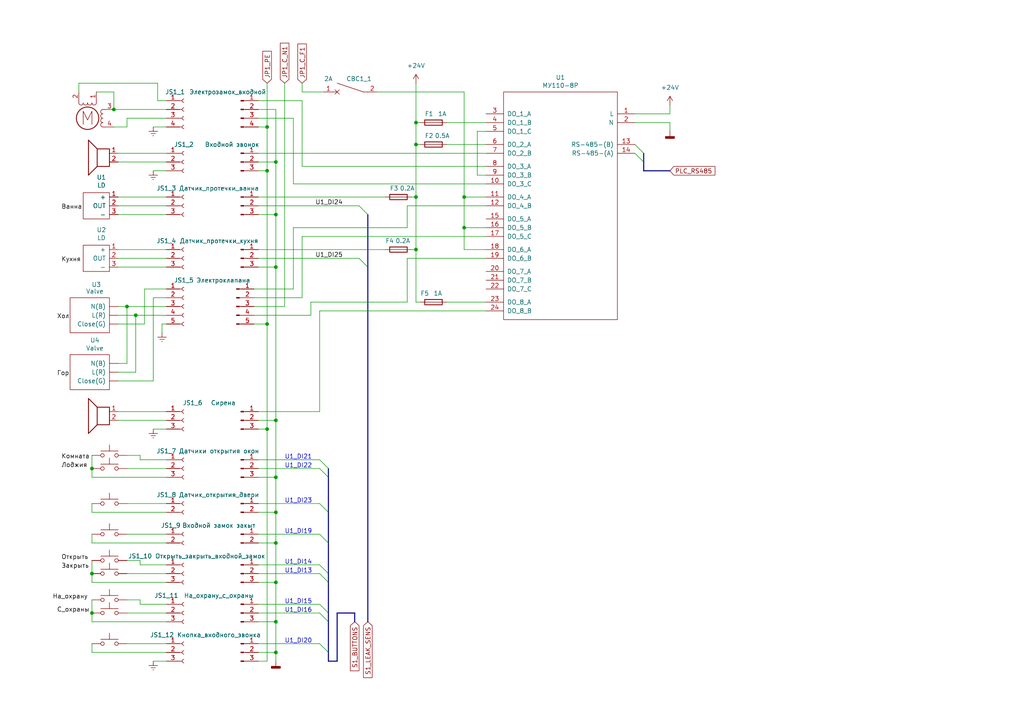
<source format=kicad_sch>
(kicad_sch (version 20211123) (generator eeschema)
  (paper "A4")
  (title_block (title "Безопасность, лист 1") (date "2023-02-01") (rev "2"))
  (lib_symbols
    (symbol "Connector:Conn_01x02_Female" (pin_names (offset 1.016) hide)
      (property "Reference" "J" (at 0 2.54 0))
      (property "Value" "Conn_01x02_Female" (at 0 -5.08 0))
      (symbol "Conn_01x02_Female_1_1"
        (arc (start 0 -2.032) (mid -0.508 -2.54) (end 0 -3.048) (stroke (width 0.1524)))
        (polyline (pts (xy -1.27 -2.54) (xy -0.508 -2.54)) (stroke (width 0.1524)))
        (polyline (pts (xy -1.27 0) (xy -0.508 0)) (stroke (width 0.1524)))
        (arc (start 0 0.508) (mid -0.508 0) (end 0 -0.508) (stroke (width 0.1524)))
        (pin passive line (at -5.08 0 0) (length 3.81) (name "Pin_1") (number "1"))
        (pin passive line (at -5.08 -2.54 0) (length 3.81) (name "Pin_2") (number "2"))
      )
    )
    (symbol "Connector:Conn_01x02_Male" (pin_names (offset 1.016) hide)
      (property "Reference" "J" (at 0 2.54 0))
      (property "Value" "Conn_01x02_Male" (at 0 -5.08 0))
      (symbol "Conn_01x02_Male_1_1"
        (polyline (pts (xy 1.27 -2.54) (xy 0.8636 -2.54)) (stroke (width 0.1524)))
        (polyline (pts (xy 1.27 0) (xy 0.8636 0)) (stroke (width 0.1524)))
        (rectangle (start 0.8636 -2.413) (end 0 -2.667) (stroke (width 0.1524)) (fill (type outline)))
        (rectangle (start 0.8636 0.127) (end 0 -0.127) (stroke (width 0.1524)) (fill (type outline)))
        (pin passive line (at 5.08 0 180) (length 3.81) (name "Pin_1") (number "1"))
        (pin passive line (at 5.08 -2.54 180) (length 3.81) (name "Pin_2") (number "2"))
      )
    )
    (symbol "Connector:Conn_01x03_Female" (pin_names (offset 1.016) hide)
      (property "Reference" "J" (at 0 5.08 0))
      (property "Value" "Conn_01x03_Female" (at 0 -5.08 0))
      (symbol "Conn_01x03_Female_1_1"
        (arc (start 0 -2.032) (mid -0.508 -2.54) (end 0 -3.048) (stroke (width 0.1524)))
        (polyline (pts (xy -1.27 -2.54) (xy -0.508 -2.54)) (stroke (width 0.1524)))
        (polyline (pts (xy -1.27 0) (xy -0.508 0)) (stroke (width 0.1524)))
        (polyline (pts (xy -1.27 2.54) (xy -0.508 2.54)) (stroke (width 0.1524)))
        (arc (start 0 0.508) (mid -0.508 0) (end 0 -0.508) (stroke (width 0.1524)))
        (arc (start 0 3.048) (mid -0.508 2.54) (end 0 2.032) (stroke (width 0.1524)))
        (pin passive line (at -5.08 2.54 0) (length 3.81) (name "Pin_1") (number "1"))
        (pin passive line (at -5.08 0 0) (length 3.81) (name "Pin_2") (number "2"))
        (pin passive line (at -5.08 -2.54 0) (length 3.81) (name "Pin_3") (number "3"))
      )
    )
    (symbol "Connector:Conn_01x03_Male" (pin_names (offset 1.016) hide)
      (property "Reference" "J" (at 0 5.08 0))
      (property "Value" "Conn_01x03_Male" (at 0 -5.08 0))
      (symbol "Conn_01x03_Male_1_1"
        (polyline (pts (xy 1.27 -2.54) (xy 0.8636 -2.54)) (stroke (width 0.1524)))
        (polyline (pts (xy 1.27 0) (xy 0.8636 0)) (stroke (width 0.1524)))
        (polyline (pts (xy 1.27 2.54) (xy 0.8636 2.54)) (stroke (width 0.1524)))
        (rectangle (start 0.8636 -2.413) (end 0 -2.667) (stroke (width 0.1524)) (fill (type outline)))
        (rectangle (start 0.8636 0.127) (end 0 -0.127) (stroke (width 0.1524)) (fill (type outline)))
        (rectangle (start 0.8636 2.667) (end 0 2.413) (stroke (width 0.1524)) (fill (type outline)))
        (pin passive line (at 5.08 2.54 180) (length 3.81) (name "Pin_1") (number "1"))
        (pin passive line (at 5.08 0 180) (length 3.81) (name "Pin_2") (number "2"))
        (pin passive line (at 5.08 -2.54 180) (length 3.81) (name "Pin_3") (number "3"))
      )
    )
    (symbol "Connector:Conn_01x04_Female" (pin_names (offset 1.016) hide)
      (property "Reference" "J" (at 0 5.08 0))
      (property "Value" "Conn_01x04_Female" (at 0 -7.62 0))
      (symbol "Conn_01x04_Female_1_1"
        (arc (start 0 -4.572) (mid -0.508 -5.08) (end 0 -5.588) (stroke (width 0.1524)))
        (arc (start 0 -2.032) (mid -0.508 -2.54) (end 0 -3.048) (stroke (width 0.1524)))
        (polyline (pts (xy -1.27 -5.08) (xy -0.508 -5.08)) (stroke (width 0.1524)))
        (polyline (pts (xy -1.27 -2.54) (xy -0.508 -2.54)) (stroke (width 0.1524)))
        (polyline (pts (xy -1.27 0) (xy -0.508 0)) (stroke (width 0.1524)))
        (polyline (pts (xy -1.27 2.54) (xy -0.508 2.54)) (stroke (width 0.1524)))
        (arc (start 0 0.508) (mid -0.508 0) (end 0 -0.508) (stroke (width 0.1524)))
        (arc (start 0 3.048) (mid -0.508 2.54) (end 0 2.032) (stroke (width 0.1524)))
        (pin passive line (at -5.08 2.54 0) (length 3.81) (name "Pin_1") (number "1"))
        (pin passive line (at -5.08 0 0) (length 3.81) (name "Pin_2") (number "2"))
        (pin passive line (at -5.08 -2.54 0) (length 3.81) (name "Pin_3") (number "3"))
        (pin passive line (at -5.08 -5.08 0) (length 3.81) (name "Pin_4") (number "4"))
      )
    )
    (symbol "Connector:Conn_01x04_Male" (pin_names (offset 1.016) hide)
      (property "Reference" "J" (at 0 5.08 0))
      (property "Value" "Conn_01x04_Male" (at 0 -7.62 0))
      (symbol "Conn_01x04_Male_1_1"
        (polyline (pts (xy 1.27 -5.08) (xy 0.8636 -5.08)) (stroke (width 0.1524)))
        (polyline (pts (xy 1.27 -2.54) (xy 0.8636 -2.54)) (stroke (width 0.1524)))
        (polyline (pts (xy 1.27 0) (xy 0.8636 0)) (stroke (width 0.1524)))
        (polyline (pts (xy 1.27 2.54) (xy 0.8636 2.54)) (stroke (width 0.1524)))
        (rectangle (start 0.8636 -4.953) (end 0 -5.207) (stroke (width 0.1524)) (fill (type outline)))
        (rectangle (start 0.8636 -2.413) (end 0 -2.667) (stroke (width 0.1524)) (fill (type outline)))
        (rectangle (start 0.8636 0.127) (end 0 -0.127) (stroke (width 0.1524)) (fill (type outline)))
        (rectangle (start 0.8636 2.667) (end 0 2.413) (stroke (width 0.1524)) (fill (type outline)))
        (pin passive line (at 5.08 2.54 180) (length 3.81) (name "Pin_1") (number "1"))
        (pin passive line (at 5.08 0 180) (length 3.81) (name "Pin_2") (number "2"))
        (pin passive line (at 5.08 -2.54 180) (length 3.81) (name "Pin_3") (number "3"))
        (pin passive line (at 5.08 -5.08 180) (length 3.81) (name "Pin_4") (number "4"))
      )
    )
    (symbol "Connector:Conn_01x05_Female" (pin_names (offset 1.016) hide)
      (property "Reference" "J" (at 0 7.62 0))
      (property "Value" "Conn_01x05_Female" (at 0 -7.62 0))
      (symbol "Conn_01x05_Female_1_1"
        (arc (start 0 -4.572) (mid -0.508 -5.08) (end 0 -5.588) (stroke (width 0.1524)))
        (arc (start 0 -2.032) (mid -0.508 -2.54) (end 0 -3.048) (stroke (width 0.1524)))
        (polyline (pts (xy -1.27 -5.08) (xy -0.508 -5.08)) (stroke (width 0.1524)))
        (polyline (pts (xy -1.27 -2.54) (xy -0.508 -2.54)) (stroke (width 0.1524)))
        (polyline (pts (xy -1.27 0) (xy -0.508 0)) (stroke (width 0.1524)))
        (polyline (pts (xy -1.27 2.54) (xy -0.508 2.54)) (stroke (width 0.1524)))
        (polyline (pts (xy -1.27 5.08) (xy -0.508 5.08)) (stroke (width 0.1524)))
        (arc (start 0 0.508) (mid -0.508 0) (end 0 -0.508) (stroke (width 0.1524)))
        (arc (start 0 3.048) (mid -0.508 2.54) (end 0 2.032) (stroke (width 0.1524)))
        (arc (start 0 5.588) (mid -0.508 5.08) (end 0 4.572) (stroke (width 0.1524)))
        (pin passive line (at -5.08 5.08 0) (length 3.81) (name "Pin_1") (number "1"))
        (pin passive line (at -5.08 2.54 0) (length 3.81) (name "Pin_2") (number "2"))
        (pin passive line (at -5.08 0 0) (length 3.81) (name "Pin_3") (number "3"))
        (pin passive line (at -5.08 -2.54 0) (length 3.81) (name "Pin_4") (number "4"))
        (pin passive line (at -5.08 -5.08 0) (length 3.81) (name "Pin_5") (number "5"))
      )
    )
    (symbol "Connector:Conn_01x05_Male" (pin_names (offset 1.016) hide)
      (property "Reference" "J" (at 0 7.62 0))
      (property "Value" "Conn_01x05_Male" (at 0 -7.62 0))
      (symbol "Conn_01x05_Male_1_1"
        (polyline (pts (xy 1.27 -5.08) (xy 0.8636 -5.08)) (stroke (width 0.1524)))
        (polyline (pts (xy 1.27 -2.54) (xy 0.8636 -2.54)) (stroke (width 0.1524)))
        (polyline (pts (xy 1.27 0) (xy 0.8636 0)) (stroke (width 0.1524)))
        (polyline (pts (xy 1.27 2.54) (xy 0.8636 2.54)) (stroke (width 0.1524)))
        (polyline (pts (xy 1.27 5.08) (xy 0.8636 5.08)) (stroke (width 0.1524)))
        (rectangle (start 0.8636 -4.953) (end 0 -5.207) (stroke (width 0.1524)) (fill (type outline)))
        (rectangle (start 0.8636 -2.413) (end 0 -2.667) (stroke (width 0.1524)) (fill (type outline)))
        (rectangle (start 0.8636 0.127) (end 0 -0.127) (stroke (width 0.1524)) (fill (type outline)))
        (rectangle (start 0.8636 2.667) (end 0 2.413) (stroke (width 0.1524)) (fill (type outline)))
        (rectangle (start 0.8636 5.207) (end 0 4.953) (stroke (width 0.1524)) (fill (type outline)))
        (pin passive line (at 5.08 5.08 180) (length 3.81) (name "Pin_1") (number "1"))
        (pin passive line (at 5.08 2.54 180) (length 3.81) (name "Pin_2") (number "2"))
        (pin passive line (at 5.08 0 180) (length 3.81) (name "Pin_3") (number "3"))
        (pin passive line (at 5.08 -2.54 180) (length 3.81) (name "Pin_4") (number "4"))
        (pin passive line (at 5.08 -5.08 180) (length 3.81) (name "Pin_5") (number "5"))
      )
    )
    (symbol "Device:CircuitBreaker_1P"
      (property "Reference" "CB" (at 1.905 0 0))
      (property "Value" "CircuitBreaker_1P" (at 1.905 1.905 0))
      (symbol "CircuitBreaker_1P_0_1"
        (polyline (pts (xy 0 -5.08) (xy 0 -3.81)))
        (polyline (pts (xy 0 -3.81) (xy -2.54 3.81)))
      )
      (symbol "CircuitBreaker_1P_1_1"
        (polyline (pts (xy -0.635 4.445) (xy 0.635 3.175)))
        (polyline (pts (xy 0 5.08) (xy 0 3.81)))
        (polyline (pts (xy 0.635 4.445) (xy -0.635 3.175)))
        (pin passive line (at 0 7.62 270) (length 2.54) (name "~") (number "1"))
        (pin passive line (at 0 -7.62 90) (length 2.54) (name "~") (number "2"))
      )
    )
    (symbol "Device:Fuse" (pin_numbers hide) (pin_names (offset 0))
      (property "Reference" "F" (at 2.032 0 90))
      (property "Value" "Fuse" (at -1.905 0 90))
      (symbol "Fuse_0_1"
        (rectangle (start -0.762 -2.54) (end 0.762 2.54) (stroke (width 0.254)))
        (polyline (pts (xy 0 2.54) (xy 0 -2.54)))
      )
      (symbol "Fuse_1_1"
        (pin passive line (at 0 3.81 270) (length 1.27) (name "~") (number "1"))
        (pin passive line (at 0 -3.81 90) (length 1.27) (name "~") (number "2"))
      )
    )
    (symbol "Device:Speaker" (pin_names (offset 0) hide)
      (property "Reference" "LS" (at 1.27 5.715 0))
      (property "Value" "Speaker" (at 1.27 3.81 0))
      (symbol "Speaker_0_0"
        (rectangle (start -2.54 1.27) (end 1.016 -3.81) (stroke (width 0.254)))
        (polyline (pts (xy 1.016 1.27) (xy 3.556 3.81) (xy 3.556 -6.35) (xy 1.016 -3.81)) (stroke (width 0.254)))
      )
      (symbol "Speaker_1_1"
        (pin input line (at -5.08 0 0) (length 2.54) (name "1") (number "1"))
        (pin input line (at -5.08 -2.54 0) (length 2.54) (name "2") (number "2"))
      )
    )
    (symbol "Motor:Stepper_Motor_bipolar" (pin_names (offset 0) hide)
      (property "Reference" "M" (at 3.81 2.54 0))
      (property "Value" "Stepper_Motor_bipolar" (at 3.81 1.27 0))
      (symbol "Stepper_Motor_bipolar_0_0"
        (polyline (pts (xy -1.27 -1.778) (xy -1.27 2.032) (xy 0 -0.508) (xy 1.27 2.032) (xy 1.27 -1.778)))
      )
      (symbol "Stepper_Motor_bipolar_0_1"
        (arc (start -4.445 -2.54) (mid -3.81 -1.905) (end -4.445 -1.27))
        (arc (start -4.445 -1.27) (mid -3.81 -0.635) (end -4.445 0))
        (arc (start -4.445 0) (mid -3.81 0.635) (end -4.445 1.27))
        (arc (start -4.445 1.27) (mid -3.81 1.905) (end -4.445 2.54))
        (arc (start -2.54 4.445) (mid -1.905 3.81) (end -1.27 4.445))
        (arc (start -1.27 4.445) (mid -0.635 3.81) (end 0 4.445))
        (polyline (pts (xy -5.08 -2.54) (xy -4.445 -2.54)))
        (polyline (pts (xy -5.08 2.54) (xy -4.445 2.54)))
        (polyline (pts (xy -2.54 5.08) (xy -2.54 4.445)))
        (polyline (pts (xy 2.54 5.08) (xy 2.54 4.445)))
        (circle (center 0 0) (radius 3.2512) (stroke (width 0.254)))
        (arc (start 0 4.445) (mid 0.635 3.81) (end 1.27 4.445))
        (arc (start 1.27 4.445) (mid 1.905 3.81) (end 2.54 4.445))
      )
      (symbol "Stepper_Motor_bipolar_1_1"
        (pin passive line (at -2.54 7.62 270) (length 2.54) (name "~") (number "1"))
        (pin passive line (at 2.54 7.62 270) (length 2.54) (name "-") (number "2"))
        (pin passive line (at -7.62 2.54 0) (length 2.54) (name "~") (number "3"))
        (pin passive line (at -7.62 -2.54 0) (length 2.54) (name "~") (number "4"))
      )
    )
    (symbol "Switch:SW_Push" (pin_numbers hide) (pin_names (offset 1.016) hide)
      (property "Reference" "SW" (at 1.27 2.54 0))
      (property "Value" "SW_Push" (at 0 -1.524 0))
      (symbol "SW_Push_0_1"
        (circle (center -2.032 0) (radius 0.508))
        (polyline (pts (xy 0 1.27) (xy 0 3.048)))
        (polyline (pts (xy 2.54 1.27) (xy -2.54 1.27)))
        (circle (center 2.032 0) (radius 0.508))
        (pin passive line (at -5.08 0 0) (length 2.54) (name "1") (number "1"))
        (pin passive line (at 5.08 0 180) (length 2.54) (name "2") (number "2"))
      )
    )
    (symbol "plc:Valve" (pin_names (offset 1.016))
      (property "Reference" "U" (at 0 2.54 0))
      (property "Value" "Valve" (at 0 5.08 0))
      (symbol "Valve_0_1"
        (rectangle (start -7.62 0) (end 3.81 -10.16))
      )
      (symbol "Valve_1_1"
        (pin input line (at 6.35 -7.62 180) (length 2.54) (name "Close(G)") (number "~"))
        (pin power_in line (at 6.35 -5.08 180) (length 2.54) (name "L(R)") (number "~"))
        (pin power_in line (at 6.35 -2.54 180) (length 2.54) (name "N(B)") (number "~"))
      )
    )
    (symbol "power:+24V" (power) (pin_names (offset 0))
      (property "Value" "+24V" (at 0 3.556 0))
      (symbol "+24V_0_1"
        (polyline (pts (xy -0.762 1.27) (xy 0 2.54)))
        (polyline (pts (xy 0 0) (xy 0 2.54)))
        (polyline (pts (xy 0 2.54) (xy 0.762 1.27)))
      )
      (symbol "+24V_1_1"
        (pin power_in line (at 0 0 90) (length 0) hide (name "+24V") (number "1"))
      )
    )
    (symbol "power:GNDD" (power) (pin_names (offset 0))
      (property "Value" "GNDD" (at 0 -3.175 0))
      (symbol "GNDD_0_1"
        (rectangle (start -1.27 -1.524) (end 1.27 -2.032) (stroke (width 0.254)) (fill (type outline)))
        (polyline (pts (xy 0 0) (xy 0 -1.524)))
      )
      (symbol "GNDD_1_1"
        (pin power_in line (at 0 0 270) (length 0) hide (name "GNDD") (number "1"))
      )
    )
    (symbol "power:GNDREF" (power) (pin_names (offset 0))
      (property "Value" "GNDREF" (at 0 -3.81 0))
      (symbol "GNDREF_0_1"
        (polyline (pts (xy -0.635 -1.905) (xy 0.635 -1.905)))
        (polyline (pts (xy -0.127 -2.54) (xy 0.127 -2.54)))
        (polyline (pts (xy 0 -1.27) (xy 0 0)))
        (polyline (pts (xy 1.27 -1.27) (xy -1.27 -1.27)))
      )
      (symbol "GNDREF_1_1"
        (pin power_in line (at 0 0 270) (length 0) hide (name "GNDREF") (number "1"))
      )
    )
    (symbol "security_1-rescue:LD-plc" (pin_names (offset 1.016))
      (property "Reference" "U" (at 0 0 0))
      (property "Value" "LD-plc" (at 0 2.54 0))
      (symbol "LD-plc_1_1"
        (rectangle (start -3.81 -1.27) (end 3.81 -8.89))
        (pin power_in line (at 6.35 -2.54 180) (length 2.54) (name "+") (number "1"))
        (pin output line (at 6.35 -5.08 180) (length 2.54) (name "OUT") (number "2"))
        (pin power_in line (at 6.35 -7.62 180) (length 2.54) (name "-") (number "3"))
      )
    )
    (symbol "security_1-rescue:МУ110-8Р-plc" (pin_names (offset 1.016))
      (property "Reference" "U" (at 0 0 0))
      (property "Value" "МУ110-8Р-plc" (at 0 2.54 0))
      (symbol "МУ110-8Р-plc_1_1"
        (rectangle (start -16.51 5.08) (end 16.51 -60.96))
        (pin power_in line (at 21.59 -1.27 180) (length 5.08) (name "L") (number "1"))
        (pin output line (at -21.59 -21.59 0) (length 5.08) (name "DO_3_C") (number "10"))
        (pin output line (at -21.59 -25.4 0) (length 5.08) (name "DO_4_A") (number "11"))
        (pin output line (at -21.59 -27.94 0) (length 5.08) (name "DO_4_B") (number "12"))
        (pin bidirectional line (at 21.59 -10.16 180) (length 5.08) (name "RS-485-(B)") (number "13"))
        (pin bidirectional line (at 21.59 -12.7 180) (length 5.08) (name "RS-485-(A)") (number "14"))
        (pin output line (at -21.59 -31.75 0) (length 5.08) (name "DO_5_A") (number "15"))
        (pin output line (at -21.59 -34.29 0) (length 5.08) (name "DO_5_B") (number "16"))
        (pin output line (at -21.59 -36.83 0) (length 5.08) (name "DO_5_C") (number "17"))
        (pin output line (at -21.59 -40.64 0) (length 5.08) (name "DO_6_A") (number "18"))
        (pin output line (at -21.59 -43.18 0) (length 5.08) (name "DO_6_B") (number "19"))
        (pin power_in line (at 21.59 -3.81 180) (length 5.08) (name "N") (number "2"))
        (pin output line (at -21.59 -46.99 0) (length 5.08) (name "DO_7_A") (number "20"))
        (pin output line (at -21.59 -49.53 0) (length 5.08) (name "DO_7_B") (number "21"))
        (pin output line (at -21.59 -52.07 0) (length 5.08) (name "DO_7_C") (number "22"))
        (pin output line (at -21.59 -55.88 0) (length 5.08) (name "DO_8_A") (number "23"))
        (pin output line (at -21.59 -58.42 0) (length 5.08) (name "DO_8_B") (number "24"))
        (pin output line (at -21.59 -1.27 0) (length 5.08) (name "DO_1_A") (number "3"))
        (pin output line (at -21.59 -3.81 0) (length 5.08) (name "DO_1_B") (number "4"))
        (pin output line (at -21.59 -6.35 0) (length 5.08) (name "DO_1_C") (number "5"))
        (pin output line (at -21.59 -10.16 0) (length 5.08) (name "DO_2_A") (number "6"))
        (pin output line (at -21.59 -12.7 0) (length 5.08) (name "DO_2_B") (number "7"))
        (pin output line (at -21.59 -16.51 0) (length 5.08) (name "DO_3_A") (number "8"))
        (pin output line (at -21.59 -19.05 0) (length 5.08) (name "DO_3_B") (number "9"))
      )
    )
  )
  (junction (at 120.65 72.39))
  (junction (at 80.01 46.99))
  (junction (at 80.01 180.34))
  (junction (at 26.67 135.89))
  (junction (at 80.01 189.23))
  (junction (at 77.47 124.46))
  (junction (at 39.37 91.44))
  (junction (at 80.01 157.48))
  (junction (at 77.47 36.83))
  (junction (at 77.47 49.53))
  (junction (at 77.47 93.98))
  (junction (at 33.02 31.75))
  (junction (at 80.01 168.91))
  (junction (at 120.65 57.15))
  (junction (at 80.01 148.59))
  (junction (at 80.01 138.43))
  (junction (at 36.83 88.9))
  (junction (at 26.67 166.37))
  (junction (at 80.01 121.92))
  (junction (at 80.01 77.47))
  (junction (at 26.67 177.8))
  (junction (at 80.01 62.23))
  (junction (at 120.65 35.56))
  (junction (at 134.62 57.15))
  (junction (at 134.62 66.04))
  (junction (at 120.65 41.91))
  (bus_entry (at 95.25 135.89) (size -2.54 -2.54))
  (bus_entry (at 95.25 180.34) (size -2.54 -2.54))
  (bus_entry (at 95.25 138.43) (size -2.54 -2.54))
  (bus_entry (at 95.25 189.23) (size -2.54 -2.54))
  (bus_entry (at 95.25 166.37) (size -2.54 -2.54))
  (bus_entry (at 95.25 177.8) (size -2.54 -2.54))
  (bus_entry (at 106.68 62.23) (size -2.54 -2.54))
  (bus_entry (at 95.25 148.59) (size -2.54 -2.54))
  (bus_entry (at 95.25 168.91) (size -2.54 -2.54))
  (bus_entry (at 95.25 157.48) (size -2.54 -2.54))
  (bus_entry (at 106.68 77.47) (size -2.54 -2.54))
  (bus_entry (at 184.15 44.45) (size 2.54 2.54))
  (bus_entry (at 184.15 41.91) (size 2.54 2.54))
  (wire (pts (xy 74.93 57.15) (xy 111.76 57.15)))
  (wire (pts (xy 74.93 133.35) (xy 92.71 133.35)))
  (wire (pts (xy 44.45 86.36) (xy 48.26 86.36)))
  (wire (pts (xy 26.67 154.94) (xy 26.67 157.48)))
  (bus (pts (xy 95.25 180.34) (xy 95.25 189.23)))
  (wire (pts (xy 80.01 46.99) (xy 74.93 46.99)))
  (wire (pts (xy 134.62 26.67) (xy 134.62 57.15)))
  (wire (pts (xy 129.54 35.56) (xy 140.97 35.56)))
  (wire (pts (xy 48.26 138.43) (xy 26.67 138.43)))
  (wire (pts (xy 74.93 77.47) (xy 80.01 77.47)))
  (wire (pts (xy 120.65 72.39) (xy 120.65 57.15)))
  (wire (pts (xy 74.93 177.8) (xy 92.71 177.8)))
  (wire (pts (xy 140.97 72.39) (xy 134.62 72.39)))
  (wire (pts (xy 22.86 24.13) (xy 45.72 24.13)))
  (wire (pts (xy 26.67 146.05) (xy 26.67 148.59)))
  (wire (pts (xy 34.29 62.23) (xy 48.26 62.23)))
  (wire (pts (xy 85.09 53.34) (xy 85.09 34.29)))
  (wire (pts (xy 48.26 88.9) (xy 36.83 88.9)))
  (wire (pts (xy 119.38 57.15) (xy 120.65 57.15)))
  (wire (pts (xy 73.66 93.98) (xy 77.47 93.98)))
  (wire (pts (xy 74.93 49.53) (xy 77.47 49.53)))
  (wire (pts (xy 120.65 24.13) (xy 120.65 35.56)))
  (wire (pts (xy 82.55 24.13) (xy 82.55 88.9)))
  (wire (pts (xy 120.65 35.56) (xy 120.65 41.91)))
  (wire (pts (xy 26.67 173.99) (xy 26.67 177.8)))
  (wire (pts (xy 80.01 31.75) (xy 80.01 46.99)))
  (wire (pts (xy 45.72 29.21) (xy 45.72 24.13)))
  (wire (pts (xy 80.01 121.92) (xy 80.01 77.47)))
  (wire (pts (xy 77.47 24.13) (xy 77.47 36.83)))
  (wire (pts (xy 39.37 91.44) (xy 39.37 107.95)))
  (bus (pts (xy 95.25 138.43) (xy 95.25 148.59)))
  (wire (pts (xy 90.17 87.63) (xy 118.11 87.63)))
  (wire (pts (xy 36.83 135.89) (xy 48.26 135.89)))
  (wire (pts (xy 34.29 121.92) (xy 48.26 121.92)))
  (bus (pts (xy 95.25 191.77) (xy 97.79 191.77)))
  (bus (pts (xy 95.25 157.48) (xy 95.25 166.37)))
  (wire (pts (xy 121.92 87.63) (xy 120.65 87.63)))
  (bus (pts (xy 95.25 177.8) (xy 95.25 180.34)))
  (wire (pts (xy 73.66 91.44) (xy 90.17 91.44)))
  (wire (pts (xy 80.01 138.43) (xy 80.01 121.92)))
  (wire (pts (xy 134.62 66.04) (xy 134.62 57.15)))
  (wire (pts (xy 85.09 66.04) (xy 85.09 83.82)))
  (wire (pts (xy 80.01 168.91) (xy 80.01 157.48)))
  (wire (pts (xy 34.29 72.39) (xy 48.26 72.39)))
  (bus (pts (xy 97.79 177.8) (xy 102.87 177.8)))
  (wire (pts (xy 34.29 119.38) (xy 48.26 119.38)))
  (bus (pts (xy 186.69 44.45) (xy 186.69 46.99)))
  (wire (pts (xy 36.83 105.41) (xy 34.29 105.41)))
  (wire (pts (xy 48.26 163.83) (xy 40.64 163.83)))
  (wire (pts (xy 87.63 26.67) (xy 93.98 26.67)))
  (bus (pts (xy 106.68 77.47) (xy 106.68 180.34)))
  (wire (pts (xy 27.94 26.67) (xy 33.02 26.67)))
  (wire (pts (xy 80.01 189.23) (xy 80.01 191.77)))
  (wire (pts (xy 74.93 175.26) (xy 92.71 175.26)))
  (wire (pts (xy 87.63 48.26) (xy 87.63 29.21)))
  (wire (pts (xy 34.29 57.15) (xy 48.26 57.15)))
  (wire (pts (xy 48.26 186.69) (xy 36.83 186.69)))
  (wire (pts (xy 77.47 49.53) (xy 77.47 93.98)))
  (wire (pts (xy 74.93 36.83) (xy 77.47 36.83)))
  (bus (pts (xy 95.25 189.23) (xy 95.25 191.77)))
  (wire (pts (xy 39.37 91.44) (xy 48.26 91.44)))
  (wire (pts (xy 34.29 74.93) (xy 48.26 74.93)))
  (wire (pts (xy 77.47 191.77) (xy 74.93 191.77)))
  (wire (pts (xy 80.01 148.59) (xy 80.01 138.43)))
  (bus (pts (xy 97.79 191.77) (xy 97.79 177.8)))
  (wire (pts (xy 41.91 83.82) (xy 48.26 83.82)))
  (wire (pts (xy 36.83 34.29) (xy 36.83 36.83)))
  (wire (pts (xy 74.93 72.39) (xy 111.76 72.39)))
  (wire (pts (xy 184.15 35.56) (xy 194.31 35.56)))
  (wire (pts (xy 74.93 186.69) (xy 92.71 186.69)))
  (wire (pts (xy 74.93 163.83) (xy 92.71 163.83)))
  (wire (pts (xy 40.64 175.26) (xy 40.64 173.99)))
  (wire (pts (xy 44.45 36.83) (xy 48.26 36.83)))
  (wire (pts (xy 74.93 124.46) (xy 77.47 124.46)))
  (wire (pts (xy 87.63 86.36) (xy 73.66 86.36)))
  (wire (pts (xy 26.67 166.37) (xy 26.67 168.91)))
  (wire (pts (xy 48.26 29.21) (xy 45.72 29.21)))
  (wire (pts (xy 90.17 91.44) (xy 90.17 87.63)))
  (wire (pts (xy 85.09 34.29) (xy 74.93 34.29)))
  (wire (pts (xy 36.83 177.8) (xy 48.26 177.8)))
  (wire (pts (xy 44.45 86.36) (xy 44.45 110.49)))
  (wire (pts (xy 120.65 72.39) (xy 120.65 87.63)))
  (wire (pts (xy 33.02 36.83) (xy 36.83 36.83)))
  (wire (pts (xy 34.29 77.47) (xy 48.26 77.47)))
  (wire (pts (xy 26.67 132.08) (xy 26.67 135.89)))
  (wire (pts (xy 120.65 41.91) (xy 121.92 41.91)))
  (wire (pts (xy 118.11 87.63) (xy 118.11 74.93)))
  (wire (pts (xy 44.45 191.77) (xy 48.26 191.77)))
  (wire (pts (xy 80.01 46.99) (xy 80.01 62.23)))
  (wire (pts (xy 26.67 186.69) (xy 26.67 189.23)))
  (wire (pts (xy 34.29 88.9) (xy 36.83 88.9)))
  (wire (pts (xy 34.29 91.44) (xy 39.37 91.44)))
  (wire (pts (xy 74.93 74.93) (xy 104.14 74.93)))
  (wire (pts (xy 74.93 59.69) (xy 104.14 59.69)))
  (wire (pts (xy 26.67 162.56) (xy 26.67 166.37)))
  (wire (pts (xy 73.66 88.9) (xy 82.55 88.9)))
  (wire (pts (xy 194.31 30.48) (xy 194.31 33.02)))
  (wire (pts (xy 80.01 180.34) (xy 80.01 168.91)))
  (wire (pts (xy 44.45 124.46) (xy 48.26 124.46)))
  (wire (pts (xy 184.15 33.02) (xy 194.31 33.02)))
  (wire (pts (xy 48.26 93.98) (xy 46.99 93.98)))
  (bus (pts (xy 95.25 135.89) (xy 95.25 138.43)))
  (wire (pts (xy 140.97 90.17) (xy 92.71 90.17)))
  (wire (pts (xy 92.71 90.17) (xy 92.71 119.38)))
  (wire (pts (xy 121.92 35.56) (xy 120.65 35.56)))
  (wire (pts (xy 46.99 93.98) (xy 46.99 96.52)))
  (wire (pts (xy 92.71 119.38) (xy 74.93 119.38)))
  (wire (pts (xy 129.54 87.63) (xy 140.97 87.63)))
  (wire (pts (xy 74.93 168.91) (xy 80.01 168.91)))
  (wire (pts (xy 118.11 66.04) (xy 118.11 59.69)))
  (wire (pts (xy 80.01 77.47) (xy 80.01 62.23)))
  (wire (pts (xy 74.93 146.05) (xy 92.71 146.05)))
  (wire (pts (xy 77.47 124.46) (xy 77.47 191.77)))
  (wire (pts (xy 34.29 46.99) (xy 48.26 46.99)))
  (wire (pts (xy 74.93 148.59) (xy 80.01 148.59)))
  (wire (pts (xy 74.93 44.45) (xy 140.97 44.45)))
  (wire (pts (xy 74.93 157.48) (xy 80.01 157.48)))
  (wire (pts (xy 74.93 62.23) (xy 80.01 62.23)))
  (wire (pts (xy 44.45 110.49) (xy 34.29 110.49)))
  (wire (pts (xy 74.93 189.23) (xy 80.01 189.23)))
  (bus (pts (xy 102.87 177.8) (xy 102.87 180.34)))
  (wire (pts (xy 194.31 35.56) (xy 194.31 38.1)))
  (wire (pts (xy 34.29 59.69) (xy 48.26 59.69)))
  (wire (pts (xy 74.93 121.92) (xy 80.01 121.92)))
  (wire (pts (xy 34.29 44.45) (xy 48.26 44.45)))
  (wire (pts (xy 36.83 166.37) (xy 48.26 166.37)))
  (wire (pts (xy 40.64 133.35) (xy 40.64 132.08)))
  (bus (pts (xy 186.69 46.99) (xy 186.69 49.53)))
  (wire (pts (xy 74.93 31.75) (xy 80.01 31.75)))
  (wire (pts (xy 87.63 24.13) (xy 87.63 26.67)))
  (bus (pts (xy 95.25 148.59) (xy 95.25 157.48)))
  (wire (pts (xy 87.63 68.58) (xy 87.63 86.36)))
  (wire (pts (xy 33.02 31.75) (xy 48.26 31.75)))
  (wire (pts (xy 26.67 177.8) (xy 26.67 180.34)))
  (wire (pts (xy 40.64 163.83) (xy 40.64 162.56)))
  (bus (pts (xy 106.68 62.23) (xy 106.68 77.47)))
  (wire (pts (xy 48.26 133.35) (xy 40.64 133.35)))
  (wire (pts (xy 87.63 29.21) (xy 74.93 29.21)))
  (wire (pts (xy 44.45 49.53) (xy 48.26 49.53)))
  (wire (pts (xy 138.43 38.1) (xy 138.43 50.8)))
  (wire (pts (xy 40.64 162.56) (xy 36.83 162.56)))
  (wire (pts (xy 109.22 26.67) (xy 134.62 26.67)))
  (wire (pts (xy 34.29 93.98) (xy 41.91 93.98)))
  (wire (pts (xy 140.97 59.69) (xy 118.11 59.69)))
  (bus (pts (xy 95.25 168.91) (xy 95.25 177.8)))
  (wire (pts (xy 48.26 180.34) (xy 26.67 180.34)))
  (bus (pts (xy 95.25 166.37) (xy 95.25 168.91)))
  (wire (pts (xy 140.97 57.15) (xy 134.62 57.15)))
  (wire (pts (xy 87.63 48.26) (xy 140.97 48.26)))
  (wire (pts (xy 85.09 53.34) (xy 140.97 53.34)))
  (wire (pts (xy 48.26 34.29) (xy 36.83 34.29)))
  (wire (pts (xy 138.43 50.8) (xy 140.97 50.8)))
  (wire (pts (xy 74.93 135.89) (xy 92.71 135.89)))
  (wire (pts (xy 40.64 173.99) (xy 36.83 173.99)))
  (wire (pts (xy 140.97 66.04) (xy 134.62 66.04)))
  (wire (pts (xy 41.91 93.98) (xy 41.91 83.82)))
  (wire (pts (xy 118.11 74.93) (xy 140.97 74.93)))
  (wire (pts (xy 77.47 93.98) (xy 77.47 124.46)))
  (wire (pts (xy 140.97 38.1) (xy 138.43 38.1)))
  (wire (pts (xy 74.93 138.43) (xy 80.01 138.43)))
  (wire (pts (xy 48.26 154.94) (xy 36.83 154.94)))
  (wire (pts (xy 74.93 154.94) (xy 92.71 154.94)))
  (wire (pts (xy 48.26 175.26) (xy 40.64 175.26)))
  (wire (pts (xy 80.01 189.23) (xy 80.01 180.34)))
  (wire (pts (xy 34.29 107.95) (xy 39.37 107.95)))
  (bus (pts (xy 186.69 49.53) (xy 194.31 49.53)))
  (wire (pts (xy 87.63 68.58) (xy 140.97 68.58)))
  (wire (pts (xy 74.93 180.34) (xy 80.01 180.34)))
  (wire (pts (xy 134.62 72.39) (xy 134.62 66.04)))
  (wire (pts (xy 120.65 57.15) (xy 120.65 41.91)))
  (wire (pts (xy 22.86 26.67) (xy 22.86 24.13)))
  (wire (pts (xy 26.67 135.89) (xy 26.67 138.43)))
  (wire (pts (xy 119.38 72.39) (xy 120.65 72.39)))
  (wire (pts (xy 48.26 168.91) (xy 26.67 168.91)))
  (wire (pts (xy 26.67 157.48) (xy 48.26 157.48)))
  (wire (pts (xy 74.93 166.37) (xy 92.71 166.37)))
  (wire (pts (xy 26.67 148.59) (xy 48.26 148.59)))
  (wire (pts (xy 40.64 132.08) (xy 36.83 132.08)))
  (wire (pts (xy 26.67 189.23) (xy 48.26 189.23)))
  (wire (pts (xy 77.47 36.83) (xy 77.47 49.53)))
  (wire (pts (xy 36.83 88.9) (xy 36.83 105.41)))
  (wire (pts (xy 129.54 41.91) (xy 140.97 41.91)))
  (wire (pts (xy 85.09 83.82) (xy 73.66 83.82)))
  (wire (pts (xy 33.02 26.67) (xy 33.02 31.75)))
  (wire (pts (xy 48.26 146.05) (xy 36.83 146.05)))
  (wire (pts (xy 80.01 157.48) (xy 80.01 148.59)))
  (wire (pts (xy 85.09 66.04) (xy 118.11 66.04)))
  (text "U1_DI16" (at 82.55 177.8 0) (effects (font (size 1.27 1.27)) (justify left bottom)))
  (text "U1_DI23" (at 82.55 146.05 0) (effects (font (size 1.27 1.27)) (justify left bottom)))
  (text "U1_DI20" (at 82.55 186.69 0) (effects (font (size 1.27 1.27)) (justify left bottom)))
  (text "U1_DI14" (at 82.55 163.83 0) (effects (font (size 1.27 1.27)) (justify left bottom)))
  (text "U1_DI13" (at 82.55 166.37 0) (effects (font (size 1.27 1.27)) (justify left bottom)))
  (text "U1_DI15" (at 82.55 175.26 0) (effects (font (size 1.27 1.27)) (justify left bottom)))
  (text "U1_DI19" (at 82.55 154.94 0) (effects (font (size 1.27 1.27)) (justify left bottom)))
  (text "U1_DI21" (at 82.55 133.35 0) (effects (font (size 1.27 1.27)) (justify left bottom)))
  (text "U1_DI22" (at 82.55 135.89 0) (effects (font (size 1.27 1.27)) (justify left bottom)))
  (label "С_охраны" (at 16.51 177.8 0))
  (label "Хол" (at 16.51 92.71 0))
  (label "U1_DI24" (at 91.44 59.69 0))
  (label "Комната" (at 17.78 133.35 0))
  (label "На_охрану" (at 15.24 173.99 0))
  (label "Закрыть" (at 17.78 165.1 0))
  (label "Гор" (at 16.51 109.22 0))
  (label "Ванна" (at 17.78 60.96 0))
  (label "Кухня" (at 17.78 76.2 0))
  (label "Лоджия" (at 17.78 135.89 0))
  (label "Открыть" (at 17.78 162.56 0))
  (label "U1_DI25" (at 91.44 74.93 0))
  (global_label "JP1_C_F1" (shape input) (at 87.63 24.13 90) (property "Intersheet References" "${INTERSHEET_REFS}" (effects hide)))
  (global_label "JP1_C_N1" (shape input) (at 82.55 24.13 90) (property "Intersheet References" "${INTERSHEET_REFS}" (effects hide)))
  (global_label "PLC_RS485" (shape input) (at 194.31 49.53 0) (property "Intersheet References" "${INTERSHEET_REFS}" (effects hide)))
  (global_label "S1_BUTTONS" (shape input) (at 102.87 180.34 270) (property "Intersheet References" "${INTERSHEET_REFS}" (effects hide)))
  (global_label "S1_LEAK_SENS" (shape input) (at 106.68 180.34 270) (property "Intersheet References" "${INTERSHEET_REFS}" (effects hide)))
  (global_label "JP1_PE" (shape input) (at 77.47 24.13 90) (property "Intersheet References" "${INTERSHEET_REFS}" (effects hide)))
  (symbol (lib_id "Connector:Conn_01x03_Male") (at 69.85 189.23 0) (unit 1)
    (property "Reference" "JS1_12" (at 46.99 184.15 0))
    (property "Value" "Кнопка_входного_звонка" (at 63.5 184.15 0))
  )
  (symbol (lib_id "Connector:Conn_01x03_Female") (at 53.34 189.23 0) (unit 1)
    (property "Reference" "J?" (effects hide))
    (property "Value" "Conn_01x03_Female" (effects hide))
  )
  (symbol (lib_id "Connector:Conn_01x04_Male") (at 69.85 31.75 0) (unit 1)
    (property "Reference" "JS1_1" (at 50.8 26.67 0))
    (property "Value" "Электрозамок_входной" (at 66.04 26.67 0))
  )
  (symbol (lib_id "Connector:Conn_01x04_Female") (at 53.34 31.75 0) (unit 1)
    (property "Reference" "JК2_?" (effects hide))
    (property "Value" "Conn_01x04_Female" (effects hide))
  )
  (symbol (lib_id "power:GNDREF") (at 44.45 36.83 0) (unit 1)
    (property "Reference" "#PWR?" (effects hide))
    (property "Value" "GNDREF" (effects hide))
  )
  (symbol (lib_id "Motor:Stepper_Motor_bipolar") (at 25.4 34.29 0) (mirror y) (unit 1)
    (property "Reference" "M?" (effects hide))
    (property "Value" "Stepper_Motor_bipolar" (effects hide))
    (property "Datasheet" "http://www.infineon.com/dgdl/Application-Note-TLE8110EE_driving_UniPolarStepperMotor_V1.1.pdf?fileId=db3a30431be39b97011be5d0aa0a00b0" (effects hide))
  )
  (symbol (lib_id "Device:CircuitBreaker_1P") (at 101.6 26.67 90) (mirror x) (unit 1)
    (property "Reference" "CBС1_1" (at 104.14 22.86 90))
    (property "Value" "2А" (at 95.25 22.86 90))
  )
  (symbol (lib_id "Connector:Conn_01x05_Male") (at 68.58 88.9 0) (unit 1)
    (property "Reference" "JS1_5" (at 53.34 81.28 0))
    (property "Value" "Электроклапана" (at 64.77 81.28 0))
  )
  (symbol (lib_id "Connector:Conn_01x05_Female") (at 53.34 88.9 0) (unit 1)
    (property "Reference" "J?" (effects hide))
    (property "Value" "t" (effects hide))
  )
  (symbol (lib_id "plc:Valve") (at 27.94 102.87 0) (unit 1)
    (property "Reference" "U4" (at 27.5082 98.679 0))
    (property "Value" "Valve" (at 27.5082 100.9904 0))
  )
  (symbol (lib_id "plc:Valve") (at 27.94 86.36 0) (unit 1)
    (property "Reference" "U3" (at 27.94 82.55 0))
    (property "Value" "Valve" (at 27.5082 84.4804 0))
  )
  (symbol (lib_id "power:GNDREF") (at 46.99 96.52 0) (unit 1)
    (property "Reference" "#PWR?" (effects hide))
    (property "Value" "GNDREF" (effects hide))
  )
  (symbol (lib_id "power:GNDREF") (at 44.45 191.77 0) (unit 1)
    (property "Reference" "#PWR?" (effects hide))
    (property "Value" "GNDREF" (effects hide))
  )
  (symbol (lib_id "Connector:Conn_01x03_Female") (at 53.34 46.99 0) (unit 1)
    (property "Reference" "J?" (effects hide))
    (property "Value" "Conn_01x03_Female" (effects hide))
  )
  (symbol (lib_id "Connector:Conn_01x03_Male") (at 69.85 46.99 0) (unit 1)
    (property "Reference" "JS1_2" (at 53.34 41.91 0))
    (property "Value" "Входной звонок" (at 67.31 41.91 0))
  )
  (symbol (lib_id "power:GNDREF") (at 44.45 49.53 0) (unit 1)
    (property "Reference" "#PWR?" (effects hide))
    (property "Value" "GNDREF" (effects hide))
  )
  (symbol (lib_id "Connector:Conn_01x03_Female") (at 53.34 59.69 0) (unit 1)
    (property "Reference" "J?" (effects hide))
    (property "Value" "Conn_01x03_Female" (effects hide))
  )
  (symbol (lib_id "Connector:Conn_01x03_Male") (at 69.85 59.69 0) (unit 1)
    (property "Reference" "JS1_3" (at 48.26 54.61 0))
    (property "Value" "Датчик_протечки_ванна" (at 63.5 54.61 0))
  )
  (symbol (lib_id "Connector:Conn_01x03_Female") (at 53.34 74.93 0) (unit 1)
    (property "Reference" "J?" (effects hide))
    (property "Value" "Conn_01x03_Female" (effects hide))
  )
  (symbol (lib_id "Connector:Conn_01x03_Male") (at 69.85 74.93 0) (unit 1)
    (property "Reference" "JS1_4" (at 48.26 69.85 0))
    (property "Value" "Датчик_протечки_кухня" (at 63.5 69.85 0))
  )
  (symbol (lib_id "Connector:Conn_01x03_Female") (at 53.34 135.89 0) (unit 1)
    (property "Reference" "J?" (effects hide))
    (property "Value" "Conn_01x03_Female" (effects hide))
  )
  (symbol (lib_id "Connector:Conn_01x03_Male") (at 69.85 135.89 0) (unit 1)
    (property "Reference" "JS1_7" (at 48.26 130.81 0))
    (property "Value" "Датчики открытия окон" (at 63.5 130.81 0))
  )
  (symbol (lib_id "Connector:Conn_01x02_Female") (at 53.34 146.05 0) (unit 1)
    (property "Reference" "J?" (effects hide))
    (property "Value" "Conn_01x02_Female" (effects hide))
  )
  (symbol (lib_id "Connector:Conn_01x02_Male") (at 69.85 146.05 0) (unit 1)
    (property "Reference" "JS1_8" (at 48.26 143.51 0))
    (property "Value" "Датчик_открытия_двери" (at 63.5 143.51 0))
  )
  (symbol (lib_id "Connector:Conn_01x03_Female") (at 53.34 121.92 0) (unit 1)
    (property "Reference" "J?" (effects hide))
    (property "Value" "Conn_01x03_Female" (effects hide))
  )
  (symbol (lib_id "Connector:Conn_01x03_Male") (at 69.85 121.92 0) (unit 1)
    (property "Reference" "JS1_6" (at 55.88 116.84 0))
    (property "Value" "Сирена" (at 64.77 116.84 0))
  )
  (symbol (lib_id "power:GNDREF") (at 44.45 124.46 0) (unit 1)
    (property "Reference" "#PWR?" (effects hide))
    (property "Value" "GNDREF" (effects hide))
  )
  (symbol (lib_id "security_1-rescue:LD-plc") (at 27.94 54.61 0) (unit 1)
    (property "Reference" "U1" (at 29.4132 51.435 0))
    (property "Value" "LD" (at 29.4132 53.7464 0))
  )
  (symbol (lib_id "security_1-rescue:LD-plc") (at 27.94 69.85 0) (unit 1)
    (property "Reference" "U2" (at 29.4132 66.675 0))
    (property "Value" "LD" (at 29.4132 68.9864 0))
  )
  (symbol (lib_id "Device:Speaker") (at 29.21 44.45 0) (mirror y) (unit 1)
    (property "Reference" "LS?" (effects hide))
    (property "Value" "Speaker" (effects hide))
  )
  (symbol (lib_id "Device:Speaker") (at 29.21 119.38 0) (mirror y) (unit 1)
    (property "Reference" "LS?" (effects hide))
    (property "Value" "Speaker" (effects hide))
  )
  (symbol (lib_id "security_1-rescue:МУ110-8Р-plc") (at 162.56 31.75 0) (unit 1)
    (property "Reference" "U1" (at 162.56 22.479 0))
    (property "Value" "МУ110-8Р" (at 162.56 24.7904 0))
  )
  (symbol (lib_id "power:+24V") (at 194.31 30.48 0) (unit 1)
    (property "Reference" "#PWR?" (effects hide))
    (property "Value" "+24V" (at 194.31 25.4 0))
  )
  (symbol (lib_id "Device:Fuse") (at 125.73 41.91 90) (unit 1)
    (property "Reference" "F2" (at 124.46 39.37 90))
    (property "Value" "0.5A" (at 128.27 39.37 90))
  )
  (symbol (lib_id "Connector:Conn_01x03_Male") (at 69.85 166.37 0) (unit 1)
    (property "Reference" "JS1_10" (at 40.64 161.29 0))
    (property "Value" "Открыть_закрыть_входной_замок" (at 60.96 161.29 0))
  )
  (symbol (lib_id "power:GNDD") (at 194.31 38.1 0) (unit 1)
    (property "Reference" "#PWR?" (effects hide))
    (property "Value" "GNDD" (effects hide))
  )
  (symbol (lib_id "power:GNDD") (at 80.01 191.77 0) (unit 1)
    (property "Reference" "#PWR?" (effects hide))
    (property "Value" "GNDD" (effects hide))
  )
  (symbol (lib_id "Device:Fuse") (at 125.73 87.63 90) (unit 1)
    (property "Reference" "F5" (at 123.19 85.09 90))
    (property "Value" "1A" (at 127 85.09 90))
  )
  (symbol (lib_id "Switch:SW_Push") (at 31.75 166.37 0) (unit 1)
    (property "Reference" "SW?" (effects hide))
    (property "Value" "SW_Push" (effects hide))
  )
  (symbol (lib_id "Device:Fuse") (at 125.73 35.56 90) (unit 1)
    (property "Reference" "F1" (at 124.46 33.02 90))
    (property "Value" "1A" (at 128.27 33.02 90))
  )
  (symbol (lib_id "Connector:Conn_01x03_Female") (at 53.34 177.8 0) (unit 1)
    (property "Reference" "J?" (effects hide))
    (property "Value" "Conn_01x03_Female" (effects hide))
  )
  (symbol (lib_id "Switch:SW_Push") (at 31.75 154.94 0) (unit 1)
    (property "Reference" "SW?" (effects hide))
    (property "Value" "SW_Push" (effects hide))
  )
  (symbol (lib_id "Switch:SW_Push") (at 31.75 186.69 0) (unit 1)
    (property "Reference" "SW?" (effects hide))
    (property "Value" "SW_Push" (effects hide))
  )
  (symbol (lib_id "power:+24V") (at 120.65 24.13 0) (unit 1)
    (property "Reference" "#PWR?" (effects hide))
    (property "Value" "+24V" (at 120.65 19.05 0))
  )
  (symbol (lib_id "Connector:Conn_01x03_Female") (at 53.34 166.37 0) (unit 1)
    (property "Reference" "J?" (effects hide))
    (property "Value" "Conn_01x03_Female" (effects hide))
  )
  (symbol (lib_id "Connector:Conn_01x02_Male") (at 69.85 154.94 0) (unit 1)
    (property "Reference" "JS1_9" (at 49.53 152.4 0))
    (property "Value" "Входной замок закыт" (at 63.5 152.4 0))
  )
  (symbol (lib_id "Switch:SW_Push") (at 31.75 162.56 0) (unit 1)
    (property "Reference" "SW?" (effects hide))
    (property "Value" "SW_Push" (effects hide))
  )
  (symbol (lib_id "Switch:SW_Push") (at 31.75 177.8 0) (unit 1)
    (property "Reference" "SW?" (effects hide))
    (property "Value" "SW_Push" (effects hide))
  )
  (symbol (lib_id "Connector:Conn_01x03_Male") (at 69.85 177.8 0) (unit 1)
    (property "Reference" "JS1_11" (at 48.26 172.72 0))
    (property "Value" "На_охрану_с_охраны" (at 63.5 172.72 0))
  )
  (symbol (lib_id "Switch:SW_Push") (at 31.75 146.05 0) (unit 1)
    (property "Reference" "SW?" (effects hide))
    (property "Value" "SW_Push" (effects hide))
  )
  (symbol (lib_id "Device:Fuse") (at 115.57 72.39 90) (unit 1)
    (property "Reference" "F4" (at 113.03 69.85 90))
    (property "Value" "0.2A" (at 116.84 69.85 90))
  )
  (symbol (lib_id "Switch:SW_Push") (at 31.75 135.89 0) (unit 1)
    (property "Reference" "SW?" (effects hide))
    (property "Value" "SW_Push" (effects hide))
  )
  (symbol (lib_id "Switch:SW_Push") (at 31.75 173.99 0) (unit 1)
    (property "Reference" "SW?" (effects hide))
    (property "Value" "SW_Push" (effects hide))
  )
  (symbol (lib_id "Switch:SW_Push") (at 31.75 132.08 0) (unit 1)
    (property "Reference" "SW?" (effects hide))
    (property "Value" "SW_Push" (effects hide))
  )
  (symbol (lib_id "Device:Fuse") (at 115.57 57.15 90) (unit 1)
    (property "Reference" "F3" (at 114.3 54.61 90))
    (property "Value" "0.2A" (at 118.11 54.61 90))
  )
  (symbol (lib_id "Connector:Conn_01x02_Female") (at 53.34 154.94 0) (unit 1)
    (property "Reference" "J?" (effects hide))
    (property "Value" "Conn_01x02_Female" (effects hide))
  )
)
</source>
